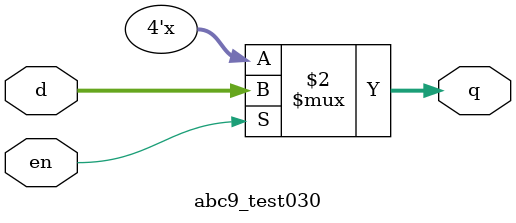
<source format=v>
module abc9_test001(input a, output o);
assign o = a;
endmodule

module abc9_test002(input [1:0] a, output o);
assign o = a[1];
endmodule

module abc9_test003(input [1:0] a, output [1:0] o);
assign o = a;
endmodule

module abc9_test004(input [1:0] a, output o);
assign o = ^a;
endmodule

module abc9_test005(input [1:0] a, output o, output p);
assign o = ^a;
assign p = ~o;
endmodule

module abc9_test006(input [1:0] a, output [2:0] o);
assign o[0] = ^a;
assign o[1] = ~o[0];
assign o[2] = o[1];
endmodule

module abc9_test007(input a, output o);
wire b, c;
assign c = ~a;
assign b = c;
abc9_test007_sub s(b, o);
endmodule

module abc9_test007_sub(input a, output b);
assign b = a;
endmodule

module abc9_test008(input a, output o);
wire b, c;
assign b = ~a;
assign c = b;
abc9_test008_sub s(b, o);
endmodule

module abc9_test008_sub(input a, output b);
assign b = ~a;
endmodule

module abc9_test009(inout io, input oe);
reg latch;
always @(io or oe)
    if (!oe)
        latch <= io;
assign io = oe ? ~latch : 1'bz;
endmodule

module abc9_test010(inout [7:0] io, input oe);
reg [7:0] latch;
always @(io or oe)
    if (!oe)
        latch <= io;
assign io = oe ? ~latch : 8'bz;
endmodule

module abc9_test011(inout io, input oe);
reg latch;
always @(io or oe)
    if (!oe)
        latch <= io;
//assign io = oe ? ~latch : 8'bz;
endmodule

module abc9_test012(inout io, input oe);
reg latch;
//always @(io or oe)
//    if (!oe)
//        latch <= io;
assign io = oe ? ~latch : 8'bz;
endmodule

module abc9_test013(inout [3:0] io, input oe);
reg [3:0] latch;
always @(io or oe)
    if (!oe)
        latch[3:0] <= io[3:0];
    else
        latch[7:4] <= io;
assign io[3:0] = oe ? ~latch[3:0] : 4'bz;
assign io[7:4] = !oe ? {latch[4], latch[7:3]} : 4'bz;
endmodule

module abc9_test014(inout [7:0] io, input oe);
abc9_test012_sub sub(io, oe);
endmodule

module abc9_test012_sub(inout [7:0] io, input oe);
reg [7:0] latch;
always @(io or oe)
    if (!oe)
        latch[3:0] <= io;
    else
        latch[7:4] <= io;
assign io[3:0] = oe ? ~latch[3:0] : 4'bz;
assign io[7:4] = !oe ? {latch[4], latch[7:3]} : 4'bz;
endmodule

module abc9_test015(input a, output b, input c);
assign b = ~a;
(* keep *) wire d;
assign d = ~c;
endmodule

module abc9_test016(input a, output b);
assign b = ~a;
(* keep *) reg c;
always @* c <= ~a;
endmodule

module abc9_test017(input a, output b);
assign b = ~a;
(* keep *) reg c;
always @* c = b;
endmodule

module abc9_test018(input a, output b, output c);
assign b = ~a;
(* keep *) wire [1:0] d;
assign c = &d;
endmodule

module abc9_test019(input a, output b);
assign b = ~a;
(* keep *) reg [1:0] c;
reg d;
always @* d <= &c;
endmodule

module abc9_test020(input a, output b);
assign b = ~a;
(* keep *) reg [1:0] c;
(* keep *) reg d;
always @* d <= &c;
endmodule

// Citation: https://github.com/alexforencich/verilog-ethernet
module abc9_test021(clk, rst, s_eth_hdr_valid, s_eth_hdr_ready, s_eth_dest_mac, s_eth_src_mac, s_eth_type, s_eth_payload_axis_tdata, s_eth_payload_axis_tkeep, s_eth_payload_axis_tvalid, s_eth_payload_axis_tready, s_eth_payload_axis_tlast, s_eth_payload_axis_tid, s_eth_payload_axis_tdest, s_eth_payload_axis_tuser, m_eth_hdr_valid, m_eth_hdr_ready, m_eth_dest_mac, m_eth_src_mac, m_eth_type, m_eth_payload_axis_tdata, m_eth_payload_axis_tkeep, m_eth_payload_axis_tvalid, m_eth_payload_axis_tready, m_eth_payload_axis_tlast, m_eth_payload_axis_tid, m_eth_payload_axis_tdest, m_eth_payload_axis_tuser);
  input clk;
  output [47:0] m_eth_dest_mac;
  input m_eth_hdr_ready;
  output m_eth_hdr_valid;
  output [7:0] m_eth_payload_axis_tdata;
  output [7:0] m_eth_payload_axis_tdest;
  output [7:0] m_eth_payload_axis_tid;
  output m_eth_payload_axis_tkeep;
  output m_eth_payload_axis_tlast;
  input m_eth_payload_axis_tready;
  output m_eth_payload_axis_tuser;
  output m_eth_payload_axis_tvalid;
  output [47:0] m_eth_src_mac;
  output [15:0] m_eth_type;
  input rst;
  input [191:0] s_eth_dest_mac;
  output [3:0] s_eth_hdr_ready;
  input [3:0] s_eth_hdr_valid;
  input [31:0] s_eth_payload_axis_tdata;
  input [31:0] s_eth_payload_axis_tdest;
  input [31:0] s_eth_payload_axis_tid;
  input [3:0] s_eth_payload_axis_tkeep;
  input [3:0] s_eth_payload_axis_tlast;
  output [3:0] s_eth_payload_axis_tready;
  input [3:0] s_eth_payload_axis_tuser;
  input [3:0] s_eth_payload_axis_tvalid;
  input [191:0] s_eth_src_mac;
  input [63:0] s_eth_type;
  (* keep *)
  wire [0:0] grant, request;
  wire a;
  not u0 (
    a,
    grant[0]
  );
  and u1  (
    request[0],
    s_eth_hdr_valid[0],
    a
  );
  (* keep *)
  MUXF8 u2  (
    .I0(1'bx),
    .I1(1'bx),
    .O(o),
    .S(1'bx)
  );
  arbiter  arb_inst (
    .acknowledge(acknowledge),
    .clk(clk),
    .grant(grant),
    .grant_encoded(grant_encoded),
    .grant_valid(grant_valid),
    .request(request),
    .rst(rst)
  );
endmodule

module arbiter (clk, rst, request, acknowledge, grant, grant_valid, grant_encoded);
  input [3:0] acknowledge;
  input clk;
  output [3:0] grant;
  output [1:0] grant_encoded;
  output grant_valid;
  input [3:0] request;
  input rst;
endmodule

(* abc_box_id=1 *)
module MUXF8(input I0, I1, S, output O);
endmodule

// Citation: https://github.com/alexforencich/verilog-ethernet
module abc9_test022
(
    input  wire        clk,
    input  wire        i,
    output wire [7:0]  m_eth_payload_axis_tkeep
);
    reg [7:0]  m_eth_payload_axis_tkeep_reg = 8'd0;
    assign m_eth_payload_axis_tkeep = m_eth_payload_axis_tkeep_reg;
    always @(posedge clk)
        m_eth_payload_axis_tkeep_reg <= i ? 8'hff : 8'h0f;
endmodule

// Citation: https://github.com/riscv/riscv-bitmanip
module abc9_test023 #(
	parameter integer N = 2,
	parameter integer M = 2
) (
	input [7:0] din,
	output [M-1:0] dout
);
	wire [2*M-1:0] mask = {M{1'b1}};
	assign dout = (mask << din[N-1:0]) >> M;
endmodule

module abc9_test024(input [3:0] i, output [3:0] o);
abc9_test024_sub a(i[1:0], o[1:0]);
endmodule

module abc9_test024_sub(input [1:0] i, output [1:0] o);
assign o = i;
endmodule

module abc9_test025(input [3:0] i, output [3:0] o);
abc9_test024_sub a(i[2:1], o[2:1]);
endmodule

module abc9_test026(output [3:0] o, p);
assign o = { 1'b1, 1'bx };
assign p = { 1'b1, 1'bx, 1'b0 };
endmodule

module abc9_test030(input [3:0] d, input en, output reg [3:0] q);
always @*
  if (en)
    q <= d;
endmodule

</source>
